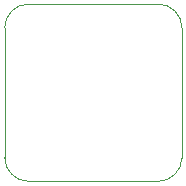
<source format=gbr>
%TF.GenerationSoftware,KiCad,Pcbnew,9.0.5*%
%TF.CreationDate,2025-11-24T08:28:41-05:00*%
%TF.ProjectId,temperature,74656d70-6572-4617-9475-72652e6b6963,rev?*%
%TF.SameCoordinates,Original*%
%TF.FileFunction,Profile,NP*%
%FSLAX46Y46*%
G04 Gerber Fmt 4.6, Leading zero omitted, Abs format (unit mm)*
G04 Created by KiCad (PCBNEW 9.0.5) date 2025-11-24 08:28:41*
%MOMM*%
%LPD*%
G01*
G04 APERTURE LIST*
%TA.AperFunction,Profile*%
%ADD10C,0.050000*%
%TD*%
G04 APERTURE END LIST*
D10*
X97000000Y-82000000D02*
G75*
G02*
X99000000Y-80000000I2000000J0D01*
G01*
X99000000Y-95000000D02*
X110000000Y-95000000D01*
X110000000Y-80000000D02*
G75*
G02*
X112000000Y-82000000I0J-2000000D01*
G01*
X97000000Y-82000000D02*
X97000000Y-93000000D01*
X110000000Y-80000000D02*
X99000000Y-80000000D01*
X112000000Y-93000000D02*
G75*
G02*
X110000000Y-95000000I-2000000J0D01*
G01*
X99000000Y-95000000D02*
G75*
G02*
X97000000Y-93000000I0J2000000D01*
G01*
X112000000Y-93000000D02*
X112000000Y-82000000D01*
M02*

</source>
